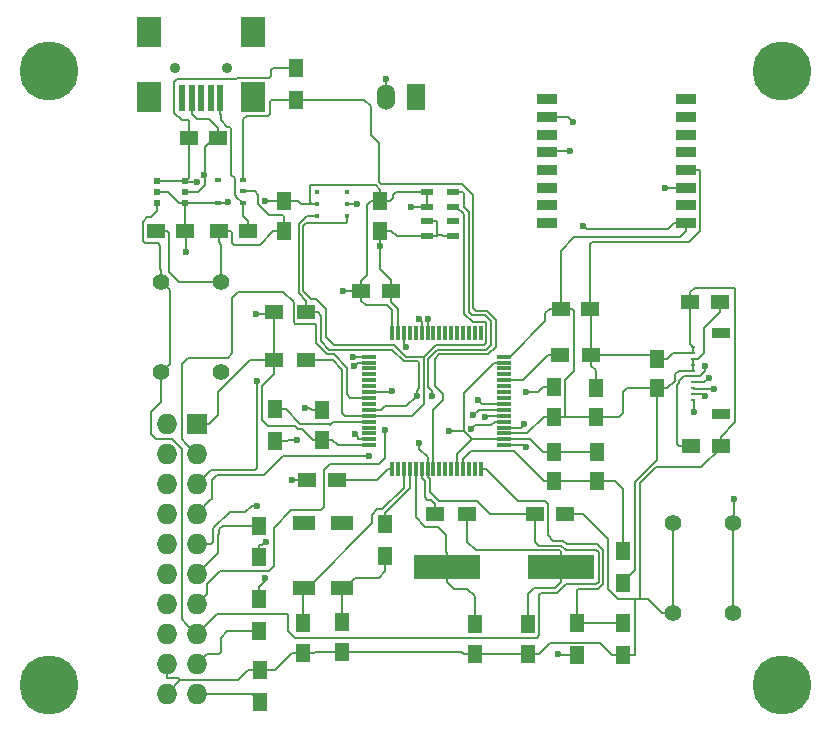
<source format=gtl>
G04 #@! TF.FileFunction,Copper,L1,Top,Signal*
%FSLAX46Y46*%
G04 Gerber Fmt 4.6, Leading zero omitted, Abs format (unit mm)*
G04 Created by KiCad (PCBNEW 4.0.1-3.201512161002+6197~38~ubuntu14.04.1-stable) date pet 18 dec 2015 18:38:33 CET*
%MOMM*%
G01*
G04 APERTURE LIST*
%ADD10C,0.100000*%
%ADD11R,1.200000X0.300000*%
%ADD12R,0.300000X1.200000*%
%ADD13R,1.250000X1.500000*%
%ADD14C,5.000000*%
%ADD15R,1.500000X1.250000*%
%ADD16R,0.300000X0.180000*%
%ADD17R,1.500000X0.850000*%
%ADD18R,1.100000X0.600000*%
%ADD19R,0.500000X0.450000*%
%ADD20R,0.600000X0.500000*%
%ADD21C,0.900000*%
%ADD22R,2.000000X2.500000*%
%ADD23R,0.500000X2.300000*%
%ADD24R,1.727200X1.727200*%
%ADD25O,1.727200X1.727200*%
%ADD26R,1.524000X2.197100*%
%ADD27O,1.524000X2.197100*%
%ADD28R,1.300000X1.500000*%
%ADD29R,1.500000X1.300000*%
%ADD30R,0.400000X0.400000*%
%ADD31C,1.397000*%
%ADD32R,5.600700X2.100580*%
%ADD33R,1.900000X1.300000*%
%ADD34R,1.700000X0.900000*%
%ADD35C,0.600000*%
%ADD36C,0.200000*%
G04 APERTURE END LIST*
D10*
D11*
X123525000Y-101700000D03*
X123525000Y-101200000D03*
X123525000Y-100700000D03*
X123525000Y-100200000D03*
X123525000Y-99700000D03*
X123525000Y-99200000D03*
X123525000Y-98700000D03*
X123525000Y-98200000D03*
X123525000Y-97700000D03*
X123525000Y-97200000D03*
X123525000Y-96700000D03*
X123525000Y-96200000D03*
X123525000Y-95700000D03*
X123525000Y-95200000D03*
X123525000Y-94700000D03*
X123525000Y-94200000D03*
X112025000Y-101700000D03*
X112025000Y-101200000D03*
X112025000Y-100700000D03*
X112025000Y-100200000D03*
X112025000Y-99700000D03*
X112025000Y-99200000D03*
X112025000Y-98700000D03*
X112025000Y-98200000D03*
X112025000Y-97700000D03*
X112025000Y-97200000D03*
X112025000Y-96700000D03*
X112025000Y-96200000D03*
X112025000Y-95700000D03*
X112025000Y-95200000D03*
X112025000Y-94700000D03*
D12*
X121525000Y-103700000D03*
X121025000Y-103700000D03*
X120525000Y-103700000D03*
X120025000Y-103700000D03*
X119525000Y-103700000D03*
X119025000Y-103700000D03*
X118525000Y-103700000D03*
X118025000Y-103700000D03*
X117525000Y-103700000D03*
X117025000Y-103700000D03*
X116525000Y-103700000D03*
X116025000Y-103700000D03*
X115525000Y-103700000D03*
X115025000Y-103700000D03*
X114525000Y-103700000D03*
X114025000Y-103700000D03*
X121525000Y-92200000D03*
X121025000Y-92200000D03*
X120525000Y-92200000D03*
X120025000Y-92200000D03*
X119525000Y-92200000D03*
X119025000Y-92200000D03*
X118525000Y-92200000D03*
X118025000Y-92200000D03*
X117525000Y-92200000D03*
X117025000Y-92200000D03*
X116525000Y-92200000D03*
X116025000Y-92200000D03*
X115525000Y-92200000D03*
X115025000Y-92200000D03*
X114525000Y-92200000D03*
X114025000Y-92200000D03*
D11*
X112025000Y-94200000D03*
D13*
X136475000Y-96885000D03*
X136475000Y-94385000D03*
D14*
X147000000Y-70000000D03*
X147000000Y-122000000D03*
X85000000Y-122000000D03*
D15*
X101834000Y-83566000D03*
X99334000Y-83566000D03*
X96530000Y-83580000D03*
X94030000Y-83580000D03*
X96794000Y-75692000D03*
X99294000Y-75692000D03*
X126150000Y-107500000D03*
X128650000Y-107500000D03*
D13*
X131400000Y-102250000D03*
X131400000Y-104750000D03*
X127700000Y-102250000D03*
X127700000Y-104750000D03*
X131275000Y-99325000D03*
X131275000Y-96825000D03*
X127700000Y-99300000D03*
X127700000Y-96800000D03*
D15*
X128300000Y-90150000D03*
X130800000Y-90150000D03*
X111425000Y-88625000D03*
X113925000Y-88625000D03*
D13*
X108125000Y-98725000D03*
X108125000Y-101225000D03*
X106470000Y-116750000D03*
X106470000Y-119250000D03*
X109800000Y-116670000D03*
X109800000Y-119170000D03*
X121000000Y-116850000D03*
X121000000Y-119350000D03*
X125500000Y-116850000D03*
X125500000Y-119350000D03*
X104902000Y-83546000D03*
X104902000Y-81046000D03*
X113030000Y-81046000D03*
X113030000Y-83546000D03*
D15*
X109350000Y-104600000D03*
X106850000Y-104600000D03*
X139335000Y-101785000D03*
X141835000Y-101785000D03*
X141765000Y-89585000D03*
X139265000Y-89585000D03*
D16*
X139535000Y-93375000D03*
X139535000Y-93875000D03*
X139535000Y-94375000D03*
X139535000Y-94875000D03*
X139535000Y-95375000D03*
X139535000Y-95875000D03*
X139535000Y-96375000D03*
X139535000Y-96875000D03*
X139535000Y-97375000D03*
X139535000Y-97875000D03*
D17*
X141885000Y-99025000D03*
X141885000Y-92225000D03*
D18*
X119210000Y-83992000D03*
X119210000Y-82742000D03*
X119210000Y-81492000D03*
X119210000Y-80242000D03*
X117010000Y-83992000D03*
X117010000Y-82742000D03*
X117010000Y-81492000D03*
X117010000Y-80242000D03*
D19*
X99284000Y-79264000D03*
X99284000Y-81164000D03*
X101384000Y-79264000D03*
X101384000Y-80214000D03*
X101384000Y-81164000D03*
D20*
X94120000Y-79314000D03*
X94120000Y-80264000D03*
X94120000Y-81214000D03*
X96520000Y-79314000D03*
X96520000Y-80264000D03*
X96520000Y-81214000D03*
D21*
X100076000Y-69718000D03*
D22*
X93476000Y-72218000D03*
X102276000Y-72218000D03*
X93476000Y-66718000D03*
X102276000Y-66718000D03*
D21*
X95676000Y-69718000D03*
D23*
X99476000Y-72318000D03*
X98676000Y-72318000D03*
X97876000Y-72318000D03*
X97076000Y-72318000D03*
X96276000Y-72318000D03*
D24*
X97475000Y-99915000D03*
D25*
X94935000Y-99915000D03*
X97475000Y-102455000D03*
X94935000Y-102455000D03*
X97475000Y-104995000D03*
X94935000Y-104995000D03*
X97475000Y-107535000D03*
X94935000Y-107535000D03*
X97475000Y-110075000D03*
X94935000Y-110075000D03*
X97475000Y-112615000D03*
X94935000Y-112615000D03*
X97475000Y-115155000D03*
X94935000Y-115155000D03*
X97475000Y-117695000D03*
X94935000Y-117695000D03*
X97475000Y-120235000D03*
X94935000Y-120235000D03*
X97475000Y-122775000D03*
X94935000Y-122775000D03*
D26*
X116078000Y-72212200D03*
D27*
X113538000Y-72212200D03*
D28*
X105918000Y-69770000D03*
X105918000Y-72470000D03*
X104150000Y-101350000D03*
X104150000Y-98650000D03*
D29*
X128200000Y-94025000D03*
X130900000Y-94025000D03*
D28*
X133600000Y-110650000D03*
X133600000Y-113350000D03*
X102750000Y-111200000D03*
X102750000Y-108500000D03*
X102775000Y-114750000D03*
X102775000Y-117450000D03*
X102800000Y-120725000D03*
X102800000Y-123425000D03*
D29*
X104030000Y-94480000D03*
X106730000Y-94480000D03*
X104060000Y-90424000D03*
X106760000Y-90424000D03*
D28*
X113420000Y-108390000D03*
X113420000Y-111090000D03*
X129700000Y-119450000D03*
X129700000Y-116750000D03*
X133600000Y-116750000D03*
X133600000Y-119450000D03*
D29*
X117650000Y-107500000D03*
X120350000Y-107500000D03*
D30*
X110236000Y-82280000D03*
X110236000Y-81280000D03*
X110236000Y-80280000D03*
X107636000Y-82280000D03*
X107636000Y-81280000D03*
X107636000Y-80280000D03*
D31*
X99568000Y-95504000D03*
X94488000Y-95504000D03*
X99568000Y-87884000D03*
X94488000Y-87884000D03*
D32*
X118651140Y-112000000D03*
X128348860Y-112000000D03*
D33*
X109760000Y-108250000D03*
X106560000Y-108250000D03*
X109760000Y-113750000D03*
X106560000Y-113750000D03*
D14*
X85000000Y-70000000D03*
D34*
X138934000Y-82890000D03*
X138934000Y-81390000D03*
X138934000Y-79890000D03*
X138934000Y-78390000D03*
X138934000Y-76890000D03*
X138934000Y-75390000D03*
X138934000Y-73890000D03*
X138934000Y-72390000D03*
X127134000Y-82890000D03*
X127134000Y-81390000D03*
X127134000Y-79890000D03*
X127134000Y-78390000D03*
X127134000Y-76890000D03*
X127134000Y-75390000D03*
X127134000Y-73890000D03*
X127134000Y-72390000D03*
D31*
X137835000Y-108240000D03*
X142915000Y-108240000D03*
X137835000Y-115860000D03*
X142915000Y-115860000D03*
D35*
X115600000Y-81500000D03*
X130200000Y-83100000D03*
X97500000Y-79400000D03*
X103300000Y-81000000D03*
X102500000Y-90600000D03*
X109900000Y-88600000D03*
X116325000Y-101550000D03*
X137100000Y-79900000D03*
X125400000Y-97150000D03*
X98079000Y-78833400D03*
X106606800Y-98508800D03*
X103337200Y-109850000D03*
X103257200Y-112925000D03*
X110875200Y-100737500D03*
X111014000Y-81280000D03*
X118837800Y-100533000D03*
X113030000Y-84803700D03*
X105969300Y-101211700D03*
X105587900Y-104600000D03*
X129100000Y-76800000D03*
X117100000Y-91000000D03*
X129350000Y-74350000D03*
X116300000Y-91000000D03*
X96600000Y-85300000D03*
X128100000Y-119400000D03*
X100100000Y-81100000D03*
X113500000Y-70700000D03*
X121325000Y-97900000D03*
X140500000Y-95025000D03*
X121854369Y-99300003D03*
X140835046Y-95962759D03*
X125225000Y-99900010D03*
X141300000Y-96900000D03*
X120900000Y-99175000D03*
X140503035Y-97500010D03*
X139550000Y-98875000D03*
X120700000Y-100300000D03*
X117400000Y-97499990D03*
X116100000Y-97500000D03*
X110832000Y-94989100D03*
X102550000Y-96250000D03*
X115157000Y-93342900D03*
X112100000Y-102600000D03*
X102600000Y-106800000D03*
X110700000Y-94200000D03*
X113975000Y-97125000D03*
X113400000Y-100400000D03*
X142950000Y-106275000D03*
X125325000Y-101850000D03*
D36*
X106470000Y-113840000D02*
X106560000Y-113750000D01*
X106470000Y-116750000D02*
X106470000Y-113840000D01*
X115025000Y-104475000D02*
X115025000Y-103700000D01*
X115000000Y-104500000D02*
X115025000Y-104475000D01*
X115000000Y-105294000D02*
X115000000Y-104500000D01*
X113194000Y-107100000D02*
X115000000Y-105294000D01*
X112770000Y-107100000D02*
X113194000Y-107100000D01*
X112300000Y-107570000D02*
X112770000Y-107100000D01*
X112300000Y-108310000D02*
X112300000Y-107570000D01*
X106860000Y-113750000D02*
X112300000Y-108310000D01*
X106560000Y-113750000D02*
X106860000Y-113750000D01*
X109800000Y-113790000D02*
X109760000Y-113750000D01*
X109800000Y-116670000D02*
X109800000Y-113790000D01*
X113420000Y-112380000D02*
X113420000Y-111090000D01*
X112900000Y-112900000D02*
X113420000Y-112380000D01*
X110910000Y-112900000D02*
X112900000Y-112900000D01*
X110060000Y-113750000D02*
X110910000Y-112900000D01*
X109760000Y-113750000D02*
X110060000Y-113750000D01*
X105800000Y-100050000D02*
X103525000Y-100050000D01*
X103525000Y-100050000D02*
X103025000Y-99550000D01*
X106050000Y-100300000D02*
X105800000Y-100050000D01*
X106375000Y-100300000D02*
X106050000Y-100300000D01*
X108125000Y-101225000D02*
X107300000Y-101225000D01*
X107300000Y-101225000D02*
X106375000Y-100300000D01*
X103025000Y-96663002D02*
X104030000Y-95658002D01*
X103025000Y-99550000D02*
X103025000Y-96663002D01*
X104030000Y-95658002D02*
X104030000Y-94480000D01*
X136225000Y-103175000D02*
X136199999Y-103175000D01*
X136199999Y-103175000D02*
X134550001Y-104824998D01*
X134550001Y-104824998D02*
X134550001Y-112299999D01*
X134550001Y-112299999D02*
X133600000Y-113250000D01*
X133600000Y-113250000D02*
X133600000Y-113350000D01*
X136475000Y-96885000D02*
X136475000Y-102925000D01*
X136475000Y-102925000D02*
X136225000Y-103175000D01*
X139535000Y-94875000D02*
X139535000Y-95375000D01*
X139535000Y-94375000D02*
X139535000Y-94750000D01*
X139535000Y-94750000D02*
X139535000Y-94875000D01*
X137950000Y-95700000D02*
X138275000Y-95375000D01*
X138275000Y-95375000D02*
X139535000Y-95375000D01*
X137950000Y-96235000D02*
X137950000Y-95700000D01*
X136475000Y-96885000D02*
X137300000Y-96885000D01*
X137300000Y-96885000D02*
X137950000Y-96235000D01*
X140400000Y-91775000D02*
X140400000Y-93860000D01*
X140400000Y-93860000D02*
X139885000Y-94375000D01*
X139885000Y-94375000D02*
X139535000Y-94375000D01*
X141765000Y-89585000D02*
X141765000Y-90410000D01*
X141765000Y-90410000D02*
X140400000Y-91775000D01*
X133600000Y-97175000D02*
X133890000Y-96885000D01*
X133890000Y-96885000D02*
X136475000Y-96885000D01*
X133600000Y-99000000D02*
X133600000Y-97175000D01*
X133275000Y-99325000D02*
X133600000Y-99000000D01*
X131275000Y-99325000D02*
X133275000Y-99325000D01*
X96794000Y-75692000D02*
X96794000Y-74867000D01*
X96794000Y-74867000D02*
X96800000Y-74861000D01*
X96800000Y-74861000D02*
X96800000Y-74200000D01*
X96800000Y-74200000D02*
X96200000Y-74200000D01*
X96200000Y-74200000D02*
X95550000Y-73550000D01*
X95550000Y-73550000D02*
X95550000Y-70950000D01*
X95550000Y-70950000D02*
X95832000Y-70668000D01*
X95832000Y-70668000D02*
X100782000Y-70668000D01*
X103800000Y-70400000D02*
X103800000Y-69900000D01*
X103930000Y-69770000D02*
X105918000Y-69770000D01*
X100782000Y-70668000D02*
X100850000Y-70600000D01*
X100850000Y-70600000D02*
X103600000Y-70600000D01*
X103600000Y-70600000D02*
X103800000Y-70400000D01*
X103800000Y-69900000D02*
X103930000Y-69770000D01*
X112634301Y-79700000D02*
X112634301Y-79700301D01*
X112634301Y-79700301D02*
X113030000Y-80096000D01*
X107050000Y-79750000D02*
X107100000Y-79700000D01*
X107100000Y-79700000D02*
X112634301Y-79700000D01*
X107050000Y-81094000D02*
X107050000Y-79750000D01*
X107236000Y-81280000D02*
X107050000Y-81094000D01*
X128300000Y-90150000D02*
X128300000Y-85250000D01*
X128300000Y-85250000D02*
X129450000Y-84100000D01*
X129450000Y-84100000D02*
X138374000Y-84100000D01*
X138374000Y-84100000D02*
X138934000Y-83540000D01*
X138934000Y-83540000D02*
X138934000Y-82890000D01*
X117002000Y-81500000D02*
X117010000Y-81492000D01*
X115600000Y-81500000D02*
X117002000Y-81500000D01*
X130500000Y-83400000D02*
X130200000Y-83100000D01*
X137374000Y-83400000D02*
X130500000Y-83400000D01*
X137884000Y-82890000D02*
X137374000Y-83400000D01*
X138934000Y-82890000D02*
X137884000Y-82890000D01*
X96606000Y-79400000D02*
X96520000Y-79314000D01*
X97500000Y-79400000D02*
X96606000Y-79400000D01*
X103346000Y-81046000D02*
X103300000Y-81000000D01*
X104902000Y-81046000D02*
X103346000Y-81046000D01*
X128658000Y-96141500D02*
X128658000Y-99325000D01*
X129400000Y-95400000D02*
X128658000Y-96141500D01*
X129400000Y-90300000D02*
X129400000Y-95400000D01*
X129250000Y-90150000D02*
X129400000Y-90300000D01*
X128300000Y-90150000D02*
X129250000Y-90150000D01*
X109425000Y-101700000D02*
X112025000Y-101700000D01*
X108950000Y-101225000D02*
X109425000Y-101700000D01*
X108125000Y-101225000D02*
X108950000Y-101225000D01*
X102020000Y-94480000D02*
X104030000Y-94480000D01*
X99300000Y-97200000D02*
X102020000Y-94480000D01*
X99300000Y-99153600D02*
X99300000Y-97200000D01*
X98538600Y-99915000D02*
X99300000Y-99153600D01*
X97475000Y-99915000D02*
X98538600Y-99915000D01*
X103884000Y-90600000D02*
X104060000Y-90424000D01*
X102500000Y-90600000D02*
X103884000Y-90600000D01*
X109925000Y-88625000D02*
X109900000Y-88600000D01*
X111425000Y-88625000D02*
X109925000Y-88625000D01*
X104060000Y-94450000D02*
X104030000Y-94480000D01*
X104060000Y-90424000D02*
X104060000Y-94450000D01*
X123975000Y-94200000D02*
X123525000Y-94200000D01*
X127000000Y-91175000D02*
X123975000Y-94200000D01*
X127000000Y-90500000D02*
X127000000Y-91175000D01*
X127350000Y-90150000D02*
X127000000Y-90500000D01*
X128300000Y-90150000D02*
X127350000Y-90150000D01*
X114025000Y-90225000D02*
X114025000Y-92200000D01*
X113600000Y-89800000D02*
X114025000Y-90225000D01*
X111775000Y-89800000D02*
X113600000Y-89800000D01*
X111425000Y-89450000D02*
X111775000Y-89800000D01*
X111425000Y-88625000D02*
X111425000Y-89450000D01*
X113030000Y-81046000D02*
X113030000Y-80096000D01*
X112205000Y-81046000D02*
X113030000Y-81046000D01*
X111900000Y-81351000D02*
X112205000Y-81046000D01*
X111900000Y-87325000D02*
X111900000Y-81351000D01*
X111425000Y-87800000D02*
X111900000Y-87325000D01*
X111425000Y-88625000D02*
X111425000Y-87800000D01*
X117010000Y-80242000D02*
X117010000Y-81492000D01*
X114358000Y-80242000D02*
X117010000Y-80242000D01*
X114100000Y-80500000D02*
X114358000Y-80242000D01*
X114100000Y-80801000D02*
X114100000Y-80500000D01*
X113855000Y-81046000D02*
X114100000Y-80801000D01*
X113030000Y-81046000D02*
X113855000Y-81046000D01*
X96794000Y-79040000D02*
X96520000Y-79314000D01*
X96794000Y-75692000D02*
X96794000Y-79040000D01*
X94120000Y-79314000D02*
X96520000Y-79314000D01*
X107236000Y-81280000D02*
X107636000Y-81280000D01*
X106280000Y-81280000D02*
X107236000Y-81280000D01*
X106046000Y-81046000D02*
X106280000Y-81280000D01*
X104902000Y-81046000D02*
X106046000Y-81046000D01*
X107236000Y-81280000D02*
X107636000Y-81280000D01*
X125475000Y-100700000D02*
X123525000Y-100700000D01*
X126875000Y-99300000D02*
X125475000Y-100700000D01*
X127700000Y-99300000D02*
X126875000Y-99300000D01*
X131275000Y-99325000D02*
X128658000Y-99325000D01*
X127725000Y-99325000D02*
X127700000Y-99300000D01*
X128658000Y-99325000D02*
X127725000Y-99325000D01*
X121225000Y-106425000D02*
X122300000Y-107500000D01*
X122300000Y-107500000D02*
X125200000Y-107500000D01*
X117990699Y-106425000D02*
X121225000Y-106425000D01*
X117200010Y-104568311D02*
X117200010Y-105634311D01*
X117200010Y-105634311D02*
X117990699Y-106425000D01*
X117025000Y-103700000D02*
X117025000Y-104393301D01*
X117025000Y-104393301D02*
X117200010Y-104568311D01*
X127965000Y-114199699D02*
X126650301Y-114199699D01*
X105800000Y-118000000D02*
X105705000Y-117905000D01*
X126650301Y-114199699D02*
X126500000Y-114350000D01*
X126500000Y-114350000D02*
X126500000Y-117765000D01*
X126500000Y-117765000D02*
X126265000Y-118000000D01*
X126265000Y-118000000D02*
X105800000Y-118000000D01*
X105705000Y-117905000D02*
X105705000Y-117900000D01*
X105705000Y-117900000D02*
X105200000Y-117395000D01*
X99170000Y-116000000D02*
X97475000Y-117695000D01*
X105200000Y-117395000D02*
X105200000Y-116000000D01*
X105200000Y-116000000D02*
X99170000Y-116000000D01*
X126474990Y-110199990D02*
X126150000Y-109875000D01*
X126150000Y-109875000D02*
X126150000Y-109115699D01*
X128364689Y-110199990D02*
X126474990Y-110199990D01*
X131309010Y-110584010D02*
X128748709Y-110584010D01*
X128748709Y-110584010D02*
X128364689Y-110199990D01*
X126150000Y-107500000D02*
X126150000Y-109115699D01*
X131499990Y-110774990D02*
X131309010Y-110584010D01*
X131499990Y-113239512D02*
X131499990Y-110774990D01*
X128714699Y-113450000D02*
X131289502Y-113450000D01*
X131289502Y-113450000D02*
X131499990Y-113239512D01*
X128714699Y-113450000D02*
X127965000Y-114199699D01*
X127965000Y-114199699D02*
X127965000Y-114200000D01*
X116325000Y-101550000D02*
X116325000Y-101974264D01*
X116325000Y-101974264D02*
X117025000Y-102674264D01*
X117025000Y-102674264D02*
X117025000Y-102900000D01*
X117025000Y-102900000D02*
X117025000Y-103700000D01*
X97475000Y-117695000D02*
X96611401Y-116831401D01*
X96611401Y-116811401D02*
X96250000Y-116450000D01*
X96611401Y-116831401D02*
X96611401Y-116811401D01*
X96250000Y-116450000D02*
X96250000Y-102027000D01*
X96250000Y-102027000D02*
X95373000Y-101150000D01*
X95373000Y-101150000D02*
X94050000Y-101150000D01*
X94050000Y-101150000D02*
X93650000Y-100750000D01*
X93650000Y-98850000D02*
X94488000Y-98012000D01*
X94488000Y-98012000D02*
X94488000Y-95504000D01*
X93650000Y-100750000D02*
X93650000Y-98850000D01*
X94488000Y-87884000D02*
X94488000Y-86896200D01*
X94120000Y-81880000D02*
X94120000Y-81214000D01*
X94488000Y-86896200D02*
X94400000Y-86808200D01*
X94400000Y-86808200D02*
X94400000Y-84800000D01*
X94400000Y-84800000D02*
X94200000Y-84600000D01*
X94200000Y-84600000D02*
X93135000Y-84600000D01*
X93135000Y-84600000D02*
X92900000Y-84365000D01*
X93300000Y-82400000D02*
X93600000Y-82400000D01*
X92900000Y-84365000D02*
X92900000Y-82800000D01*
X92900000Y-82800000D02*
X93300000Y-82400000D01*
X93600000Y-82400000D02*
X94120000Y-81880000D01*
X137110000Y-79890000D02*
X137100000Y-79900000D01*
X138934000Y-79890000D02*
X137110000Y-79890000D01*
X95186500Y-88582500D02*
X94488000Y-87884000D01*
X95186500Y-94805500D02*
X95186500Y-88582500D01*
X94488000Y-95504000D02*
X95186500Y-94805500D01*
X126150000Y-107500000D02*
X125200000Y-107500000D01*
X137835000Y-115860000D02*
X136847172Y-115860000D01*
X136847172Y-115860000D02*
X135722172Y-114735000D01*
X135722172Y-114735000D02*
X134990000Y-114735000D01*
X137835000Y-108240000D02*
X137835000Y-115860000D01*
X135050010Y-110299990D02*
X135050010Y-114674990D01*
X135050010Y-114674990D02*
X134990000Y-114735000D01*
X134990000Y-114735000D02*
X134550300Y-114735000D01*
X109800000Y-119170000D02*
X119894700Y-119170000D01*
X135050010Y-110299990D02*
X135050000Y-110300000D01*
X135050010Y-104890688D02*
X135050010Y-110299990D01*
X132616600Y-114198900D02*
X133152700Y-114735000D01*
X134550300Y-114735000D02*
X134550300Y-119450000D01*
X133152700Y-114735000D02*
X134550300Y-114735000D01*
X132616600Y-114191600D02*
X132300010Y-113875010D01*
X132300010Y-113875010D02*
X132300010Y-109599990D01*
X130200020Y-107500000D02*
X129700300Y-107500000D01*
X132300010Y-109599990D02*
X130200020Y-107500000D01*
X128650000Y-107500000D02*
X129700300Y-107500000D01*
X125400000Y-97150000D02*
X126374700Y-97150000D01*
X136365688Y-103575010D02*
X135050010Y-104890688D01*
X140190689Y-103575010D02*
X136365688Y-103575010D01*
X141835000Y-101785000D02*
X141835000Y-101930699D01*
X141835000Y-101930699D02*
X140190689Y-103575010D01*
X139265000Y-89585000D02*
X139265000Y-93105000D01*
X139265000Y-93105000D02*
X139535000Y-93375000D01*
X139535000Y-93375000D02*
X139535000Y-93875000D01*
X136475000Y-94385000D02*
X137300000Y-94385000D01*
X137300000Y-94385000D02*
X137810000Y-93875000D01*
X137810000Y-93875000D02*
X139185000Y-93875000D01*
X139185000Y-93875000D02*
X139535000Y-93875000D01*
X130900000Y-94025000D02*
X136115000Y-94025000D01*
X136115000Y-94025000D02*
X136475000Y-94385000D01*
X143050000Y-88375000D02*
X143050000Y-99745000D01*
X141835000Y-100960000D02*
X141835000Y-101785000D01*
X143050000Y-99745000D02*
X141835000Y-100960000D01*
X139650000Y-88375000D02*
X143050000Y-88375000D01*
X139265000Y-89585000D02*
X139265000Y-88760000D01*
X139265000Y-88760000D02*
X139650000Y-88375000D01*
X94935000Y-121398900D02*
X95886700Y-121398900D01*
X95886700Y-121398900D02*
X96098900Y-121611100D01*
X102800000Y-120725000D02*
X101849700Y-120725000D01*
X101849700Y-120725000D02*
X100963600Y-121611100D01*
X100963600Y-121611100D02*
X96098900Y-121611100D01*
X96098900Y-121611100D02*
X94935000Y-122775000D01*
X130800000Y-90150000D02*
X130800000Y-89325000D01*
X130800000Y-89325000D02*
X130750000Y-89275000D01*
X130750000Y-89275000D02*
X130750000Y-84700000D01*
X139163992Y-84500010D02*
X140084300Y-83579702D01*
X130750000Y-84700000D02*
X130949990Y-84500010D01*
X130949990Y-84500010D02*
X139163992Y-84500010D01*
X140084300Y-83579702D02*
X140084300Y-78390000D01*
X140084300Y-78390000D02*
X138934000Y-78390000D01*
X104902000Y-83546000D02*
X104902000Y-82352000D01*
X102414000Y-80214000D02*
X101384000Y-80214000D01*
X104902000Y-82352000D02*
X104750000Y-82200000D01*
X104750000Y-82200000D02*
X103611998Y-82200000D01*
X103611998Y-82200000D02*
X102699999Y-81288001D01*
X102699999Y-81288001D02*
X102699999Y-80499999D01*
X102699999Y-80499999D02*
X102414000Y-80214000D01*
X100500000Y-83700000D02*
X100366000Y-83566000D01*
X100366000Y-83566000D02*
X99334000Y-83566000D01*
X100500000Y-84600000D02*
X100500000Y-83700000D01*
X100625300Y-84725300D02*
X100500000Y-84600000D01*
X102797400Y-84725300D02*
X100625300Y-84725300D01*
X94030000Y-83580000D02*
X94980000Y-83580000D01*
X95150000Y-87068218D02*
X95965782Y-87884000D01*
X94980000Y-83580000D02*
X95150000Y-83750000D01*
X95150000Y-83750000D02*
X95150000Y-87068218D01*
X95965782Y-87884000D02*
X99568000Y-87884000D01*
X104069700Y-120725000D02*
X105544700Y-119250000D01*
X102800000Y-120725000D02*
X104069700Y-120725000D01*
X106470000Y-119250000D02*
X105544700Y-119250000D01*
X130900000Y-94025000D02*
X130900000Y-94975300D01*
X119210000Y-83992000D02*
X118359700Y-83992000D01*
X133600000Y-119450000D02*
X134550300Y-119450000D01*
X99334000Y-83566000D02*
X99334000Y-84491300D01*
X106470000Y-119250000D02*
X107395300Y-119250000D01*
X114525000Y-90150300D02*
X114525000Y-92200000D01*
X113925000Y-89550300D02*
X114525000Y-90150300D01*
X113925000Y-88625000D02*
X113925000Y-89550300D01*
X130900000Y-94025000D02*
X130900000Y-93074700D01*
X131400000Y-102250000D02*
X127700000Y-102250000D01*
X99294000Y-75692000D02*
X99294000Y-75329500D01*
X97076000Y-73668000D02*
X97076000Y-72318000D01*
X97508000Y-74100000D02*
X97076000Y-73668000D01*
X98527000Y-74100000D02*
X97508000Y-74100000D01*
X99294000Y-74867000D02*
X98527000Y-74100000D01*
X99294000Y-75329500D02*
X99294000Y-74867000D01*
X97548900Y-80264000D02*
X96520000Y-80264000D01*
X98139000Y-79673900D02*
X97548900Y-80264000D01*
X98139000Y-78833400D02*
X98139000Y-79673900D01*
X98139000Y-76484500D02*
X98139000Y-78833400D01*
X99294000Y-75329500D02*
X98139000Y-76484500D01*
X98139000Y-78833400D02*
X98079000Y-78833400D01*
X99568000Y-87884000D02*
X99568000Y-85934500D01*
X106983500Y-98508800D02*
X107199700Y-98725000D01*
X106606800Y-98508800D02*
X106983500Y-98508800D01*
X108125000Y-98725000D02*
X107199700Y-98725000D01*
X107475300Y-119170000D02*
X109800000Y-119170000D01*
X107395300Y-119250000D02*
X107475300Y-119170000D01*
X119894700Y-119170000D02*
X120074700Y-119350000D01*
X121000000Y-119350000D02*
X120074700Y-119350000D01*
X113030000Y-83546000D02*
X113955300Y-83546000D01*
X117010000Y-82742000D02*
X117860300Y-82742000D01*
X117860300Y-83992000D02*
X117860300Y-83933900D01*
X117860300Y-82742000D02*
X117860300Y-83933900D01*
X118301600Y-83933900D02*
X118359700Y-83992000D01*
X117860300Y-83933900D02*
X118301600Y-83933900D01*
X117010000Y-83992000D02*
X117860300Y-83992000D01*
X127700000Y-96800000D02*
X126774700Y-96800000D01*
X126774700Y-96800000D02*
X126399700Y-97175000D01*
X133600000Y-119450000D02*
X132649700Y-119450000D01*
X121000000Y-119350000D02*
X125500000Y-119350000D01*
X131599300Y-118399600D02*
X132649700Y-119450000D01*
X127375700Y-118399600D02*
X131599300Y-118399600D01*
X126425300Y-119350000D02*
X127375700Y-118399600D01*
X125500000Y-119350000D02*
X126425300Y-119350000D01*
X125724700Y-101200000D02*
X126774700Y-102250000D01*
X123525000Y-101200000D02*
X125724700Y-101200000D01*
X127700000Y-102250000D02*
X126774700Y-102250000D01*
X131275000Y-95350300D02*
X131275000Y-96360000D01*
X130900000Y-94975300D02*
X131275000Y-95350300D01*
X131275000Y-96360000D02*
X131275000Y-96825000D01*
X94935000Y-120235000D02*
X94935000Y-121398900D01*
X103037500Y-110149700D02*
X102750000Y-110149700D01*
X103337200Y-109850000D02*
X103037500Y-110149700D01*
X102750000Y-111200000D02*
X102750000Y-110149700D01*
X103257200Y-113217500D02*
X103257200Y-112925000D01*
X102775000Y-113699700D02*
X103257200Y-113217500D01*
X102775000Y-114750000D02*
X102775000Y-113699700D01*
X117010000Y-83992000D02*
X116159700Y-83992000D01*
X114401300Y-83992000D02*
X113955300Y-83546000D01*
X116159700Y-83992000D02*
X114401300Y-83992000D01*
X123525000Y-94700000D02*
X122624700Y-94700000D01*
X130900000Y-93074700D02*
X130900000Y-90250000D01*
X130900000Y-90250000D02*
X130800000Y-90150000D01*
X104902000Y-83546000D02*
X103976700Y-83546000D01*
X102797400Y-84725300D02*
X103976700Y-83546000D01*
X99568000Y-85934500D02*
X99568000Y-84725300D01*
X99568000Y-84725300D02*
X99334000Y-84491300D01*
X111124700Y-100987000D02*
X110875200Y-100737500D01*
X111124700Y-101200000D02*
X111124700Y-100987000D01*
X112025000Y-101200000D02*
X111124700Y-101200000D01*
X110236000Y-81280000D02*
X110736300Y-81280000D01*
X110736300Y-81280000D02*
X111014000Y-81280000D01*
X113030000Y-83546000D02*
X113030000Y-84596300D01*
X120082000Y-97242700D02*
X120082000Y-100533000D01*
X122624700Y-94700000D02*
X120082000Y-97242700D01*
X120082000Y-100533000D02*
X118837800Y-100533000D01*
X119525000Y-102424000D02*
X119525000Y-103700000D01*
X120749000Y-101200000D02*
X119525000Y-102424000D01*
X120082000Y-100533000D02*
X120749000Y-101200000D01*
X120749000Y-101200000D02*
X123525000Y-101200000D01*
X113925000Y-88625000D02*
X113925000Y-87699700D01*
X113030000Y-84596300D02*
X113030000Y-84803700D01*
X113030000Y-86804700D02*
X113925000Y-87699700D01*
X113030000Y-84803700D02*
X113030000Y-86804700D01*
X105238600Y-101211700D02*
X105100300Y-101350000D01*
X105969300Y-101211700D02*
X105238600Y-101211700D01*
X104150000Y-101350000D02*
X105100300Y-101350000D01*
X106850000Y-104600000D02*
X105799700Y-104600000D01*
X105799700Y-104600000D02*
X105587900Y-104600000D01*
X117100000Y-91000000D02*
X117025000Y-91075000D01*
X117025000Y-91075000D02*
X117025000Y-92200000D01*
X127224000Y-76800000D02*
X127134000Y-76890000D01*
X129100000Y-76800000D02*
X127224000Y-76800000D01*
X116525000Y-92200000D02*
X116525000Y-91225000D01*
X116525000Y-91225000D02*
X116300000Y-91000000D01*
X129350000Y-74350000D02*
X128890000Y-73890000D01*
X128890000Y-73890000D02*
X127134000Y-73890000D01*
X127244000Y-74000000D02*
X127134000Y-73890000D01*
X100700000Y-80500000D02*
X100700000Y-79100000D01*
X100700000Y-79100000D02*
X100400000Y-78800000D01*
X100834000Y-80634000D02*
X100700000Y-80500000D01*
X100834000Y-80639000D02*
X100834000Y-80634000D01*
X99476000Y-73668000D02*
X99476000Y-72318000D01*
X99500000Y-73692000D02*
X99476000Y-73668000D01*
X99500000Y-74200000D02*
X99500000Y-73692000D01*
X100067000Y-74767000D02*
X99500000Y-74200000D01*
X100284000Y-74767000D02*
X100067000Y-74767000D01*
X100400000Y-74883000D02*
X100284000Y-74767000D01*
X100400000Y-78800000D02*
X100400000Y-74883000D01*
X101359000Y-81164000D02*
X100834000Y-80639000D01*
X101384000Y-81164000D02*
X101359000Y-81164000D01*
X101384000Y-82291000D02*
X101384000Y-81164000D01*
X101834000Y-82741000D02*
X101384000Y-82291000D01*
X101834000Y-83566000D02*
X101834000Y-82741000D01*
X96600000Y-83650000D02*
X96530000Y-83580000D01*
X96600000Y-85300000D02*
X96600000Y-83650000D01*
X128150000Y-119450000D02*
X128100000Y-119400000D01*
X129700000Y-119450000D02*
X128150000Y-119450000D01*
X100036000Y-81164000D02*
X100100000Y-81100000D01*
X99284000Y-81164000D02*
X100036000Y-81164000D01*
X113500000Y-70875600D02*
X113500000Y-70700000D01*
X113538000Y-70913600D02*
X113500000Y-70875600D01*
X113538000Y-71875600D02*
X113538000Y-70913600D01*
X113538000Y-72212200D02*
X113538000Y-71875600D01*
X95070000Y-80264000D02*
X94120000Y-80264000D01*
X96020000Y-81214000D02*
X95070000Y-80264000D01*
X96520000Y-81214000D02*
X96020000Y-81214000D01*
X96570000Y-81164000D02*
X96520000Y-81214000D01*
X99284000Y-81164000D02*
X96570000Y-81164000D01*
X96530000Y-81224000D02*
X96520000Y-81214000D01*
X96530000Y-83580000D02*
X96530000Y-81224000D01*
X113538000Y-72212200D02*
X113538000Y-71875600D01*
X133600000Y-110650000D02*
X133600000Y-109700000D01*
X133575000Y-109675000D02*
X133575000Y-105400000D01*
X133575000Y-105400000D02*
X132925000Y-104750000D01*
X132925000Y-104750000D02*
X132225000Y-104750000D01*
X120025000Y-102900000D02*
X120025000Y-103700000D01*
X120725000Y-102200000D02*
X120025000Y-102900000D01*
X124325000Y-102200000D02*
X120725000Y-102200000D01*
X126875000Y-104750000D02*
X124325000Y-102200000D01*
X127700000Y-104750000D02*
X126875000Y-104750000D01*
X132225000Y-104750000D02*
X131400000Y-104750000D01*
X131400000Y-104750000D02*
X127700000Y-104750000D01*
X118651000Y-112000000D02*
X118651000Y-110750000D01*
X118600000Y-110699000D02*
X118600000Y-109300000D01*
X118651000Y-110750000D02*
X118600000Y-110699000D01*
X117900000Y-108600000D02*
X116810000Y-108600000D01*
X118600000Y-109300000D02*
X117900000Y-108600000D01*
X116810000Y-108600000D02*
X116025000Y-107815000D01*
X116025000Y-107815000D02*
X116025000Y-103700000D01*
X118651000Y-112000000D02*
X118651100Y-112000000D01*
X118651000Y-113250000D02*
X118651000Y-112000000D01*
X119301000Y-113900000D02*
X118651000Y-113250000D01*
X120400000Y-113900000D02*
X119301000Y-113900000D01*
X121000000Y-114500000D02*
X120400000Y-113900000D01*
X121000000Y-116850000D02*
X121000000Y-114500000D01*
X115975000Y-103750000D02*
X116025000Y-103700000D01*
X127799312Y-113799689D02*
X128348860Y-113250141D01*
X128348860Y-113250141D02*
X128348860Y-112000000D01*
X125500000Y-116850000D02*
X125500000Y-114334301D01*
X125500000Y-114334301D02*
X126034612Y-113799689D01*
X126034612Y-113799689D02*
X127799312Y-113799689D01*
X120350000Y-109850000D02*
X120350000Y-107500000D01*
X121100000Y-110600000D02*
X120350000Y-109850000D01*
X128199000Y-110600000D02*
X121100000Y-110600000D01*
X128349000Y-110750000D02*
X128199000Y-110600000D01*
X128349000Y-111967000D02*
X128349000Y-110750000D01*
X128348900Y-111967100D02*
X128348900Y-112000000D01*
X128349000Y-111967000D02*
X128348900Y-111967100D01*
X113675000Y-103700000D02*
X112775000Y-104600000D01*
X112775000Y-104600000D02*
X109350000Y-104600000D01*
X114025000Y-103700000D02*
X113675000Y-103700000D01*
X121325000Y-97900000D02*
X121624999Y-98199999D01*
X121624999Y-98199999D02*
X122550000Y-98200000D01*
X122550000Y-98200000D02*
X123525000Y-98200000D01*
X140500000Y-95025000D02*
X140500000Y-95449264D01*
X140500000Y-95449264D02*
X140074264Y-95875000D01*
X140074264Y-95875000D02*
X139885000Y-95875000D01*
X139885000Y-95875000D02*
X139535000Y-95875000D01*
X139335000Y-101785000D02*
X138310000Y-101785000D01*
X138125000Y-96625699D02*
X138350010Y-96400689D01*
X138350010Y-96400689D02*
X138350010Y-96224990D01*
X138310000Y-101785000D02*
X138125000Y-101600000D01*
X138125000Y-101600000D02*
X138125000Y-96625699D01*
X138350010Y-96224990D02*
X138700000Y-95875000D01*
X138700000Y-95875000D02*
X139535000Y-95875000D01*
X123475000Y-98150000D02*
X123525000Y-98200000D01*
X123525000Y-99200000D02*
X121954372Y-99200000D01*
X121954372Y-99200000D02*
X121854369Y-99300003D01*
X140835046Y-95962759D02*
X140422805Y-96375000D01*
X140422805Y-96375000D02*
X139535000Y-96375000D01*
X123475000Y-99250000D02*
X123525000Y-99200000D01*
X141300000Y-96900000D02*
X139560000Y-96900000D01*
X139560000Y-96900000D02*
X139535000Y-96875000D01*
X125225000Y-99900010D02*
X124925010Y-100200000D01*
X124925010Y-100200000D02*
X123525000Y-100200000D01*
X123525000Y-98700000D02*
X121375000Y-98700000D01*
X121375000Y-98700000D02*
X120900000Y-99175000D01*
X140503035Y-97500010D02*
X140378025Y-97375000D01*
X140378025Y-97375000D02*
X139535000Y-97375000D01*
X123475000Y-98750000D02*
X123525000Y-98700000D01*
X139550000Y-98875000D02*
X139550000Y-97890000D01*
X139550000Y-97890000D02*
X139535000Y-97875000D01*
X122725000Y-99700000D02*
X123525000Y-99700000D01*
X122425000Y-100000000D02*
X122725000Y-99700000D01*
X121000000Y-100000000D02*
X122425000Y-100000000D01*
X120700000Y-100300000D02*
X121000000Y-100000000D01*
X116700000Y-94200000D02*
X115166000Y-94200000D01*
X115166000Y-94200000D02*
X114166000Y-93200000D01*
X114166000Y-93200000D02*
X109100000Y-93200000D01*
X109100000Y-93200000D02*
X108400000Y-92500000D01*
X108400000Y-92500000D02*
X108400000Y-90124000D01*
X108400000Y-90124000D02*
X107570000Y-89294300D01*
X107570000Y-89294300D02*
X107160000Y-89294300D01*
X107160000Y-89294300D02*
X106500000Y-88634300D01*
X106500000Y-88634300D02*
X106500000Y-83165700D01*
X106500000Y-83165700D02*
X106766000Y-82900000D01*
X106766000Y-82900000D02*
X110100000Y-82900000D01*
X110100000Y-82900000D02*
X110236000Y-82764000D01*
X110236000Y-82764000D02*
X110236000Y-82280000D01*
X116700000Y-94200000D02*
X117700000Y-93200000D01*
X117700000Y-93200000D02*
X121815000Y-93200000D01*
X121815000Y-93200000D02*
X122000000Y-93015000D01*
X121915001Y-91299999D02*
X120834299Y-91299999D01*
X122000000Y-93015000D02*
X122000000Y-91385000D01*
X122000000Y-91385000D02*
X121915001Y-91299999D01*
X120834299Y-91299999D02*
X120099990Y-90565690D01*
X120099990Y-82131988D02*
X119460000Y-81492000D01*
X120099990Y-90565690D02*
X120099990Y-82131988D01*
X119460000Y-81492000D02*
X119210000Y-81492000D01*
X110000000Y-99200000D02*
X112025000Y-99200000D01*
X109800000Y-99000000D02*
X110000000Y-99200000D01*
X109800000Y-95300000D02*
X109800000Y-99000000D01*
X109000000Y-94500000D02*
X109800000Y-95300000D01*
X107700000Y-94500000D02*
X109000000Y-94500000D01*
X107680000Y-94480000D02*
X107700000Y-94500000D01*
X106730000Y-94480000D02*
X107680000Y-94480000D01*
X115700000Y-99200000D02*
X112025000Y-99200000D01*
X116700000Y-98200000D02*
X115700000Y-99200000D01*
X116700000Y-94200000D02*
X116700000Y-98200000D01*
X117865922Y-93600000D02*
X117865930Y-93600008D01*
X117865930Y-93600008D02*
X121980692Y-93600008D01*
X121980692Y-93600008D02*
X122400000Y-93180700D01*
X117266049Y-94199649D02*
X117266273Y-94199649D01*
X117266273Y-94199649D02*
X117865922Y-93600000D01*
X120500000Y-90400001D02*
X120500000Y-81966300D01*
X120500000Y-81966300D02*
X120100000Y-81566300D01*
X106760000Y-90424000D02*
X107710000Y-90424000D01*
X107710000Y-90424000D02*
X108000000Y-90714000D01*
X108000000Y-90714000D02*
X108000000Y-92900038D01*
X116200000Y-94600000D02*
X116300000Y-94700000D01*
X108000000Y-92900038D02*
X108699962Y-93600000D01*
X116300000Y-96875700D02*
X116100000Y-97075700D01*
X108699962Y-93600000D02*
X114000000Y-93600000D01*
X115000000Y-94600000D02*
X116200000Y-94600000D01*
X116100000Y-97075700D02*
X116100000Y-97500000D01*
X114000000Y-93600000D02*
X115000000Y-94600000D01*
X116300000Y-94700000D02*
X116300000Y-96875700D01*
X106100000Y-88800000D02*
X106760000Y-89460000D01*
X106760000Y-89460000D02*
X106760000Y-90424000D01*
X106100000Y-83000000D02*
X106820000Y-82280000D01*
X106820000Y-82280000D02*
X107636000Y-82280000D01*
X120500000Y-90400001D02*
X120799990Y-90699991D01*
X120799990Y-90699991D02*
X121880688Y-90699991D01*
X119960000Y-80242000D02*
X119210000Y-80242000D01*
X122400000Y-93180700D02*
X122399999Y-91219300D01*
X122399999Y-91219300D02*
X121880688Y-90699991D01*
X120100000Y-81566300D02*
X120100000Y-80382000D01*
X120100000Y-80382000D02*
X119960000Y-80242000D01*
X117400000Y-97499990D02*
X117400000Y-97075726D01*
X117400000Y-97075726D02*
X117100000Y-96775726D01*
X117100000Y-96775726D02*
X117100000Y-94365698D01*
X117100000Y-94365698D02*
X117266049Y-94199649D01*
X113100000Y-98700000D02*
X112025000Y-98700000D01*
X113400000Y-98400000D02*
X113100000Y-98700000D01*
X115200000Y-98400000D02*
X113400000Y-98400000D01*
X116100000Y-97500000D02*
X115200000Y-98400000D01*
X106100000Y-83000000D02*
X106100000Y-88800000D01*
X117666000Y-96666100D02*
X117666000Y-94365621D01*
X120900010Y-80616311D02*
X120875000Y-80591301D01*
X117666000Y-94365621D02*
X118031611Y-94000010D01*
X119958000Y-79600000D02*
X113100000Y-79600000D01*
X121124981Y-90299981D02*
X120900010Y-90075010D01*
X118031611Y-94000010D02*
X122174990Y-94000010D01*
X120875000Y-80517000D02*
X119958000Y-79600000D01*
X122174990Y-94000010D02*
X122800008Y-93374992D01*
X122800008Y-93374992D02*
X122800008Y-91053608D01*
X120900010Y-90075010D02*
X120900010Y-80616311D01*
X122800008Y-91053608D02*
X122046381Y-90299981D01*
X112200000Y-75400000D02*
X112200000Y-73000000D01*
X120875000Y-80591301D02*
X120875000Y-80517000D01*
X122046381Y-90299981D02*
X121124981Y-90299981D01*
X113100000Y-79600000D02*
X112880000Y-79380000D01*
X112880000Y-79380000D02*
X112880000Y-76079700D01*
X112880000Y-76079700D02*
X112200000Y-75400000D01*
X112200000Y-73000000D02*
X111670000Y-72470000D01*
X111670000Y-72470000D02*
X105918000Y-72470000D01*
X117525000Y-103700000D02*
X117525000Y-98675000D01*
X117525000Y-98675000D02*
X118350000Y-97850000D01*
X118350000Y-97850000D02*
X118350000Y-97325000D01*
X118350000Y-97325000D02*
X117691100Y-96666100D01*
X105918000Y-72470000D02*
X103780000Y-72470000D01*
X103780000Y-72470000D02*
X103650000Y-72600000D01*
X103650000Y-72600000D02*
X103650000Y-73634000D01*
X103650000Y-73634000D02*
X103484000Y-73800000D01*
X103484000Y-73800000D02*
X101700000Y-73800000D01*
X101700000Y-73800000D02*
X101384000Y-74116000D01*
X101384000Y-74116000D02*
X101384000Y-79264000D01*
X107600000Y-93065700D02*
X108534000Y-94000000D01*
X100500000Y-93900000D02*
X100500000Y-89200000D01*
X96200000Y-101200000D02*
X96200000Y-94800000D01*
X97475000Y-102455000D02*
X96611401Y-101591401D01*
X107500000Y-91400000D02*
X107600000Y-91500000D01*
X104800000Y-88700000D02*
X105700000Y-89600000D01*
X96611401Y-101591401D02*
X96591401Y-101591401D01*
X107600000Y-91500000D02*
X107600000Y-93065700D01*
X96591401Y-101591401D02*
X96200000Y-101200000D01*
X100100000Y-94300000D02*
X100500000Y-93900000D01*
X96200000Y-94800000D02*
X96700000Y-94300000D01*
X96700000Y-94300000D02*
X100100000Y-94300000D01*
X100500000Y-89200000D02*
X101000000Y-88700000D01*
X101000000Y-88700000D02*
X104800000Y-88700000D01*
X105700000Y-89600000D02*
X105700000Y-91304000D01*
X105700000Y-91304000D02*
X105796000Y-91400000D01*
X110200000Y-95134300D02*
X110200000Y-97400000D01*
X105796000Y-91400000D02*
X107500000Y-91400000D01*
X108534000Y-94000000D02*
X109066000Y-94000000D01*
X110500000Y-97700000D02*
X112025000Y-97700000D01*
X109066000Y-94000000D02*
X110200000Y-95134300D01*
X110200000Y-97400000D02*
X110500000Y-97700000D01*
X97475000Y-102455000D02*
X97747800Y-102455000D01*
X97475000Y-104995000D02*
X98338599Y-104131401D01*
X98338599Y-104131401D02*
X98343599Y-104131401D01*
X102550000Y-103575000D02*
X102550000Y-96250000D01*
X98343599Y-104131401D02*
X98675010Y-103799990D01*
X102600000Y-103625000D02*
X102550000Y-103575000D01*
X98675010Y-103799990D02*
X102425010Y-103799990D01*
X102425010Y-103799990D02*
X102600000Y-103625000D01*
X112025000Y-94700000D02*
X111121100Y-94700000D01*
X111121100Y-94700000D02*
X110832000Y-94989100D01*
X98750000Y-106250000D02*
X98750000Y-104650000D01*
X98750000Y-104650000D02*
X99200000Y-104200000D01*
X98638600Y-106361400D02*
X98750000Y-106250000D01*
X98638600Y-106371000D02*
X98638600Y-106361400D01*
X104800000Y-102600000D02*
X112100000Y-102600000D01*
X103200000Y-104200000D02*
X104800000Y-102600000D01*
X99200000Y-104200000D02*
X103200000Y-104200000D01*
X97475000Y-107535000D02*
X98638600Y-106371000D01*
X115025000Y-93210800D02*
X115025000Y-92200000D01*
X115157000Y-93342900D02*
X115025000Y-93210800D01*
X98696300Y-110075000D02*
X97475000Y-110075000D01*
X100259000Y-107376000D02*
X98900000Y-108734000D01*
X98900000Y-109871000D02*
X98696300Y-110075000D01*
X98900000Y-108734000D02*
X98900000Y-109871000D01*
X101600000Y-107376000D02*
X100259000Y-107376000D01*
X102176000Y-106800000D02*
X101600000Y-107376000D01*
X102600000Y-106800000D02*
X102176000Y-106800000D01*
X112025000Y-94200000D02*
X110700000Y-94200000D01*
X99400079Y-108800000D02*
X99400079Y-109199921D01*
X99300010Y-110789990D02*
X98338599Y-111751401D01*
X99400079Y-109199921D02*
X99300010Y-109299990D01*
X99300010Y-109299990D02*
X99300010Y-110789990D01*
X98338599Y-111751401D02*
X97475000Y-112615000D01*
X102750000Y-108500000D02*
X99700079Y-108500000D01*
X99700079Y-108500000D02*
X99400079Y-108800000D01*
X112900000Y-103300000D02*
X112899992Y-103299992D01*
X112899992Y-103299992D02*
X108750008Y-103299992D01*
X108750008Y-103299992D02*
X108250000Y-103800000D01*
X113400000Y-102800000D02*
X113400000Y-100400000D01*
X113975000Y-97125000D02*
X113900000Y-97200000D01*
X113900000Y-97200000D02*
X112025000Y-97200000D01*
X97475000Y-115155000D02*
X98338600Y-114291000D01*
X98338600Y-114291000D02*
X98338600Y-113411400D01*
X98338600Y-113411400D02*
X99425001Y-112324999D01*
X99425001Y-112324999D02*
X103565001Y-112324999D01*
X104000000Y-108670000D02*
X105500000Y-107170000D01*
X103565001Y-112324999D02*
X104000000Y-111890000D01*
X104000000Y-111890000D02*
X104000000Y-108670000D01*
X108030000Y-107170000D02*
X108250000Y-106950000D01*
X105500000Y-107170000D02*
X108030000Y-107170000D01*
X108250000Y-106950000D02*
X108250000Y-103800000D01*
X112900000Y-103300000D02*
X113400000Y-102800000D01*
X100050000Y-117450000D02*
X102775000Y-117450000D01*
X99500000Y-118000000D02*
X100050000Y-117450000D01*
X99500000Y-119200000D02*
X99500000Y-118000000D01*
X99328600Y-119371000D02*
X99500000Y-119200000D01*
X98338600Y-119371000D02*
X99328600Y-119371000D01*
X97475000Y-120235000D02*
X98338600Y-119371000D01*
X102150000Y-122775000D02*
X102800000Y-123425000D01*
X97475000Y-122775000D02*
X102150000Y-122775000D01*
X108800001Y-99950000D02*
X108749991Y-99899990D01*
X108749991Y-99899990D02*
X106249990Y-99899990D01*
X106249990Y-99899990D02*
X105000000Y-98650000D01*
X105000000Y-98650000D02*
X104150000Y-98650000D01*
X112025000Y-99700000D02*
X109050001Y-99700000D01*
X109050001Y-99700000D02*
X108800001Y-99950000D01*
X125075000Y-96200000D02*
X123525000Y-96200000D01*
X127250000Y-94025000D02*
X125075000Y-96200000D01*
X128200000Y-94025000D02*
X127250000Y-94025000D01*
X115525000Y-105335000D02*
X115525000Y-103700000D01*
X113420000Y-107440000D02*
X115525000Y-105335000D01*
X113420000Y-108390000D02*
X113420000Y-107440000D01*
X129700000Y-116750000D02*
X129700000Y-113950000D01*
X129700000Y-113950000D02*
X129799990Y-113850010D01*
X129799990Y-113850010D02*
X131455689Y-113850010D01*
X128830397Y-110100000D02*
X128530378Y-109799980D01*
X131455689Y-113850010D02*
X131900000Y-113405699D01*
X131900000Y-110595000D02*
X131405000Y-110100000D01*
X128530378Y-109799980D02*
X127674980Y-109799980D01*
X127000000Y-106400000D02*
X124650000Y-106400000D01*
X131900000Y-113405699D02*
X131900000Y-110595000D01*
X131405000Y-110100000D02*
X128830397Y-110100000D01*
X127674980Y-109799980D02*
X127200001Y-109325001D01*
X127200001Y-109325001D02*
X127200001Y-106699999D01*
X127200001Y-106699999D02*
X127250000Y-106650000D01*
X127250000Y-106650000D02*
X127000000Y-106400000D01*
X124650000Y-106400000D02*
X121950000Y-103700000D01*
X121950000Y-103700000D02*
X121525000Y-103700000D01*
X133600000Y-116750000D02*
X129700000Y-116750000D01*
X117650000Y-106650000D02*
X117650000Y-107500000D01*
X117300000Y-106300000D02*
X117650000Y-106650000D01*
X117000000Y-106300000D02*
X117300000Y-106300000D01*
X116800000Y-106100000D02*
X117000000Y-106300000D01*
X116800000Y-104734000D02*
X116800000Y-106100000D01*
X116525000Y-104459000D02*
X116800000Y-104734000D01*
X116525000Y-103700000D02*
X116525000Y-104459000D01*
X142950000Y-106275000D02*
X142950000Y-108205000D01*
X142950000Y-108205000D02*
X142915000Y-108240000D01*
X142915000Y-108240000D02*
X142915000Y-115860000D01*
X125325000Y-101850000D02*
X125175000Y-101700000D01*
X125175000Y-101700000D02*
X123525000Y-101700000D01*
M02*

</source>
